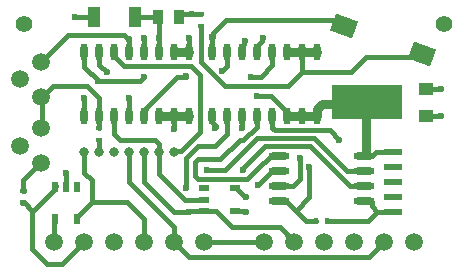
<source format=gtl>
G04*
G04 #@! TF.GenerationSoftware,Altium Limited,Altium Designer,20.2.7 (254)*
G04*
G04 Layer_Physical_Order=1*
G04 Layer_Color=255*
%FSLAX44Y44*%
%MOMM*%
G71*
G04*
G04 #@! TF.SameCoordinates,3F6D61D9-3C31-45EE-8EE8-91028D45584F*
G04*
G04*
G04 #@! TF.FilePolarity,Positive*
G04*
G01*
G75*
G04:AMPARAMS|DCode=15|XSize=2mm|YSize=1.524mm|CornerRadius=0mm|HoleSize=0mm|Usage=FLASHONLY|Rotation=160.000|XOffset=0mm|YOffset=0mm|HoleType=Round|Shape=Rectangle|*
%AMROTATEDRECTD15*
4,1,4,1.2003,0.3740,0.6791,-1.0581,-1.2003,-0.3740,-0.6791,1.0581,1.2003,0.3740,0.0*
%
%ADD15ROTATEDRECTD15*%

%ADD16R,0.5500X0.4500*%
%ADD17R,0.6000X0.9500*%
%ADD18R,1.2000X1.0000*%
%ADD19R,6.0000X3.0000*%
%ADD20R,0.9500X0.6000*%
%ADD21O,1.8000X0.6000*%
%ADD22R,0.4500X0.5500*%
%ADD23R,1.5240X0.5500*%
%ADD24R,0.9000X1.3000*%
%ADD25R,1.0000X1.7500*%
%ADD26O,0.6000X1.4500*%
%ADD27C,0.4000*%
%ADD28C,0.8000*%
%ADD29C,1.5000*%
%ADD30C,0.8000*%
%ADD31C,1.4000*%
%ADD32C,0.6000*%
D15*
X349250Y184150D02*
D03*
X283472Y208091D02*
D03*
D16*
X76200Y121840D02*
D03*
Y111840D02*
D03*
X11430Y68580D02*
D03*
Y58580D02*
D03*
X162560Y208360D02*
D03*
Y218360D02*
D03*
D17*
X57150Y44450D02*
D03*
X38150D02*
D03*
Y71450D02*
D03*
X47650D02*
D03*
X57150D02*
D03*
D18*
X353060Y132080D02*
D03*
Y154940D02*
D03*
D19*
X303060Y143510D02*
D03*
D20*
X191300Y70460D02*
D03*
Y51460D02*
D03*
X164300D02*
D03*
Y60960D02*
D03*
Y70460D02*
D03*
D21*
X228160Y97790D02*
D03*
Y85090D02*
D03*
Y72390D02*
D03*
Y59690D02*
D03*
X300160Y97790D02*
D03*
Y85090D02*
D03*
Y72390D02*
D03*
Y59690D02*
D03*
D22*
X269160Y43180D02*
D03*
X259160D02*
D03*
D23*
X325120Y88900D02*
D03*
Y76200D02*
D03*
Y63500D02*
D03*
Y50800D02*
D03*
Y101600D02*
D03*
D24*
X125370Y215900D02*
D03*
X143870D02*
D03*
D25*
X71400D02*
D03*
X106400D02*
D03*
D26*
X260350Y186000D02*
D03*
X247650D02*
D03*
X234950D02*
D03*
X222250D02*
D03*
X209550D02*
D03*
X196850D02*
D03*
X184150D02*
D03*
X171450D02*
D03*
X260350Y131500D02*
D03*
X247650D02*
D03*
X234950D02*
D03*
X222250D02*
D03*
X209550D02*
D03*
X196850D02*
D03*
X184150D02*
D03*
X171450D02*
D03*
X152400Y186000D02*
D03*
X139700D02*
D03*
X127000D02*
D03*
X114300D02*
D03*
X101600D02*
D03*
X88900D02*
D03*
X76200D02*
D03*
X63500D02*
D03*
X152400Y131500D02*
D03*
X139700D02*
D03*
X127000D02*
D03*
X114300D02*
D03*
X101600D02*
D03*
X88900D02*
D03*
X76200D02*
D03*
X63500D02*
D03*
D27*
X289560Y168910D02*
X302260Y181610D01*
X346710D02*
X349250Y184150D01*
X302260Y181610D02*
X346710D01*
X247650Y168910D02*
X289560D01*
X183040Y213360D02*
X272740D01*
X283148Y202951D01*
X11430Y77470D02*
X25640Y91680D01*
X11430Y68580D02*
Y77470D01*
X25640Y91680D02*
X26846D01*
X36746Y157480D02*
X66040D01*
X76200Y147320D01*
X27066Y147800D02*
X36746Y157480D01*
X49926Y200660D02*
X97114D01*
X27066Y177800D02*
X49926Y200660D01*
X26846Y121680D02*
X27940Y122774D01*
X27066Y147800D02*
X27940Y146926D01*
Y122774D02*
Y146926D01*
X76200Y131500D02*
Y147320D01*
Y121840D02*
Y131500D01*
X11430Y58580D02*
X11930D01*
X19050Y51460D01*
Y50600D02*
Y51460D01*
X240413Y72773D02*
X246380Y78740D01*
Y96520D01*
X184150Y173990D02*
Y186000D01*
X180340Y170180D02*
Y170180D01*
X184150Y173990D01*
X182547Y157310D02*
X236050D01*
X162560Y177297D02*
X182547Y157310D01*
X162560Y177297D02*
Y208360D01*
X63500Y131500D02*
Y147320D01*
X76200Y175260D02*
Y186000D01*
Y175260D02*
X82550Y168910D01*
X88900Y182291D02*
X97201Y173990D01*
X88900Y182291D02*
Y186000D01*
X110490Y161290D02*
X114300Y165100D01*
X63500Y173396D02*
X75606Y161290D01*
X110490D01*
X63500Y173396D02*
Y186000D01*
X152400D02*
Y198120D01*
X271590Y119570D02*
X279400Y111760D01*
X224403Y119570D02*
X271590D01*
X210820Y73660D02*
Y73750D01*
X196850Y186000D02*
Y190791D01*
X198912Y192853D01*
Y195102D01*
X199390Y195580D01*
X209550Y186000D02*
Y190791D01*
X214152Y195393D01*
Y197472D01*
X214630Y197950D01*
X302260Y142240D02*
Y144780D01*
X146330Y218360D02*
X162560D01*
X55880Y215900D02*
X71400D01*
X127000Y198120D02*
Y214270D01*
X126617Y191174D02*
X127000Y190791D01*
X126617Y197737D02*
X127000Y198120D01*
X126617Y191174D02*
Y197737D01*
X125370Y215900D02*
X127000Y214270D01*
X210820Y88043D02*
Y88043D01*
X220184Y97407D02*
X227777D01*
X210820Y88043D02*
X220184Y97407D01*
X201347Y78570D02*
X210820Y88043D01*
X149860Y71120D02*
Y96520D01*
X48260Y72060D02*
Y83820D01*
X47650Y71450D02*
X48260Y72060D01*
X353060Y132080D02*
X365760D01*
X353060Y154940D02*
X365760D01*
X139700Y101600D02*
X140097Y101997D01*
X149860Y96520D02*
X160020Y106680D01*
X157480Y92907D02*
X159823Y95250D01*
X178553D01*
X157480Y80913D02*
Y92907D01*
X159823Y78570D02*
X201347D01*
X157480Y80913D02*
X159823Y78570D01*
X145177Y101997D02*
X161375Y118195D01*
X140097Y101997D02*
X145177D01*
X161375Y118195D02*
Y166285D01*
X160020Y106680D02*
X173990D01*
X198120Y87989D02*
X216621Y106490D01*
X198120Y86360D02*
Y87989D01*
X216621Y106490D02*
X254190D01*
X222250Y121723D02*
X224403Y119570D01*
X254190Y106490D02*
X288290Y72390D01*
X167640Y86360D02*
X182880D01*
X127000Y82550D02*
X148590Y60960D01*
X127000Y82550D02*
Y101600D01*
X148590Y60960D02*
X164300D01*
X114300Y76200D02*
Y101600D01*
X63500Y83820D02*
Y101600D01*
X69850Y58900D02*
Y77470D01*
X63500Y83820D02*
X69850Y77470D01*
X209550Y148590D02*
X221569D01*
X233409Y136750D02*
X234950Y135209D01*
X221569Y148590D02*
X233409Y136750D01*
X233409D01*
X234950Y131500D02*
Y135209D01*
X236050Y157310D02*
X247650Y168910D01*
X173990Y121920D02*
X174782Y122712D01*
Y123377D01*
X171450Y126709D02*
Y131500D01*
Y126709D02*
X174782Y123377D01*
X222250Y174679D02*
Y186000D01*
X212671Y165100D02*
X222250Y174679D01*
X204470Y165100D02*
X212671D01*
X153670Y173990D02*
X161375Y166285D01*
X97201Y173990D02*
X153670D01*
X115300Y138160D02*
X142240Y165100D01*
X149690D01*
X149860Y165270D01*
X196728Y131378D02*
X196850Y131500D01*
X196728Y121872D02*
Y131378D01*
X196607Y121750D02*
X196728Y121872D01*
X183767Y116457D02*
Y131117D01*
X173990Y106680D02*
X183767Y116457D01*
X178553Y95250D02*
X195063Y111760D01*
X182880Y86360D02*
X209550Y113030D01*
X195063Y111760D02*
X198120D01*
X227507Y84437D02*
X228160Y85090D01*
X221507Y84437D02*
X227507D01*
X210820Y73750D02*
X221507Y84437D01*
X228160Y72390D02*
X228543Y72773D01*
X240413D01*
X257810Y113030D02*
X285750Y85090D01*
X209550Y113030D02*
X257810D01*
X222250Y121723D02*
Y131500D01*
X209167Y122807D02*
Y131117D01*
X198120Y111760D02*
X209167Y122807D01*
X227777Y97407D02*
X228160Y97790D01*
X209167Y131117D02*
X209550Y131500D01*
X242415Y51435D02*
X250670Y43180D01*
X234160Y59690D02*
X242415Y51435D01*
X254000Y63020D02*
Y88900D01*
X242415Y51435D02*
X254000Y63020D01*
X288290Y72390D02*
X300160D01*
X285750Y85090D02*
X300160D01*
X301336Y97790D02*
X306701D01*
X300160D02*
X301336D01*
X302260Y98714D01*
X11903Y68580D02*
X12153Y68830D01*
X11430Y68580D02*
X11903D01*
X106400Y215900D02*
X125370D01*
X143870D02*
X146330Y218360D01*
X247650Y168910D02*
Y186000D01*
X171928Y202248D02*
X183040Y213360D01*
X171928Y198795D02*
Y202248D01*
X171450Y198317D02*
X171928Y198795D01*
X115300Y137291D02*
Y138160D01*
X114300Y136291D02*
X115300Y137291D01*
X114300Y131500D02*
Y136291D01*
X269160Y43180D02*
X303880D01*
X311500Y50800D01*
X250670Y43180D02*
X259160D01*
X228160Y59690D02*
X234160D01*
X183767Y131117D02*
X184150Y131500D01*
X191960Y71120D02*
X199580Y63500D01*
X191300Y70460D02*
X191960Y71120D01*
X199580Y63500D02*
X200660D01*
X199772Y51130D02*
X200660Y50242D01*
X191300Y51460D02*
X191630Y51130D01*
X199772D01*
X200660Y50242D02*
Y50800D01*
X174600Y51460D02*
X188130Y37930D01*
X228770D01*
X241300Y25400D01*
X300160Y59690D02*
X305619D01*
X310511Y101600D02*
X320040D01*
X306701Y97790D02*
X310511Y101600D01*
X311500Y50800D02*
X325120D01*
X306543Y55757D02*
X311500Y50800D01*
X306543Y55757D02*
Y58766D01*
X305619Y59690D02*
X306543Y58766D01*
X164300Y51460D02*
X174600D01*
X163970Y51130D02*
X164300Y51460D01*
X152730Y51130D02*
X163970D01*
X152400Y50800D02*
X152730Y51130D01*
X127000Y101600D02*
Y107950D01*
X93980Y111760D02*
X123190D01*
X88900Y116840D02*
X93980Y111760D01*
X88900Y116840D02*
Y131500D01*
X123190Y111760D02*
X127000Y107950D01*
X114300Y186000D02*
Y198120D01*
X171450Y186000D02*
Y198317D01*
X101600Y131500D02*
Y147320D01*
X97114Y200660D02*
X100924Y196850D01*
X101600D01*
X76200Y101600D02*
Y111840D01*
X10930Y58580D02*
X11430D01*
X10680Y58330D02*
X10930Y58580D01*
X101600Y186000D02*
Y196850D01*
X139700Y120650D02*
Y131500D01*
Y50800D02*
X152400D01*
X114300Y76200D02*
X139700Y50800D01*
Y25400D02*
Y38100D01*
X101600Y76200D02*
X139700Y38100D01*
X101600Y76200D02*
Y101600D01*
X266700Y25400D02*
X267100Y25800D01*
X44450Y6350D02*
X63500Y25400D01*
X31750Y6350D02*
X44450D01*
X19050Y19050D02*
X31750Y6350D01*
X19050Y19050D02*
Y50600D01*
X38150Y69700D01*
Y71450D01*
X114300Y25400D02*
Y44450D01*
X69850Y58900D02*
X99850D01*
X114300Y44450D01*
X57150D02*
Y46200D01*
X69850Y58900D01*
X38150Y71450D02*
X39150Y72450D01*
X38125Y44425D02*
X38150Y44450D01*
X38125Y25425D02*
Y44425D01*
X38100Y25400D02*
X38125Y25425D01*
X304800Y12700D02*
X317500Y25400D01*
X152400Y12700D02*
X304800D01*
X139700Y25400D02*
X152400Y12700D01*
X165100Y25400D02*
X215900D01*
D28*
X302260Y142240D02*
X311794D01*
X265036D02*
X302260D01*
Y98714D02*
Y142240D01*
X260350Y131500D02*
Y137554D01*
X265036Y142240D01*
X247650Y131500D02*
X260350D01*
X247650Y186000D02*
X260350D01*
X234950D02*
X247650D01*
X234950Y131500D02*
X247650D01*
X139700D02*
X152400D01*
X139700Y186000D02*
X152400D01*
X127000Y131500D02*
X139700D01*
D29*
X26846Y121680D02*
D03*
Y91680D02*
D03*
X8846Y106680D02*
D03*
X27066Y177800D02*
D03*
X9066Y162800D02*
D03*
X27066Y147800D02*
D03*
X165100Y25400D02*
D03*
X139700D02*
D03*
X114300D02*
D03*
X88900D02*
D03*
X63500D02*
D03*
X38100D02*
D03*
X342900D02*
D03*
X317500D02*
D03*
X292100D02*
D03*
X266700D02*
D03*
X241300D02*
D03*
X215900D02*
D03*
D30*
X139700Y101600D02*
D03*
X127000D02*
D03*
X114300D02*
D03*
X101600D02*
D03*
X88900D02*
D03*
X76200D02*
D03*
X63500D02*
D03*
D31*
X368300Y209550D02*
D03*
X12700D02*
D03*
D32*
X246380Y96520D02*
D03*
X180340Y170180D02*
D03*
X63500Y147320D02*
D03*
X82550Y168910D02*
D03*
X74930Y161290D02*
D03*
X152400Y198120D02*
D03*
X279400Y111760D02*
D03*
X210820Y73660D02*
D03*
X214630Y197950D02*
D03*
X199390Y195580D02*
D03*
X154445Y218360D02*
D03*
X55880Y215900D02*
D03*
X127000Y198120D02*
D03*
X149860Y71120D02*
D03*
X48260Y83820D02*
D03*
X365760Y154940D02*
D03*
Y132080D02*
D03*
X167640Y86360D02*
D03*
X209550Y148590D02*
D03*
X173990Y121920D02*
D03*
X204470Y165100D02*
D03*
X149860Y165270D02*
D03*
X196607Y121750D02*
D03*
X198120Y86360D02*
D03*
X254000Y88900D02*
D03*
X171450Y198317D02*
D03*
X114300Y165100D02*
D03*
X200660Y63500D02*
D03*
Y50800D02*
D03*
X320040Y101600D02*
D03*
Y63500D02*
D03*
Y76200D02*
D03*
Y88900D02*
D03*
X114300Y198120D02*
D03*
X101600Y147320D02*
D03*
Y196850D02*
D03*
X139700Y120650D02*
D03*
X152400Y50800D02*
D03*
M02*

</source>
